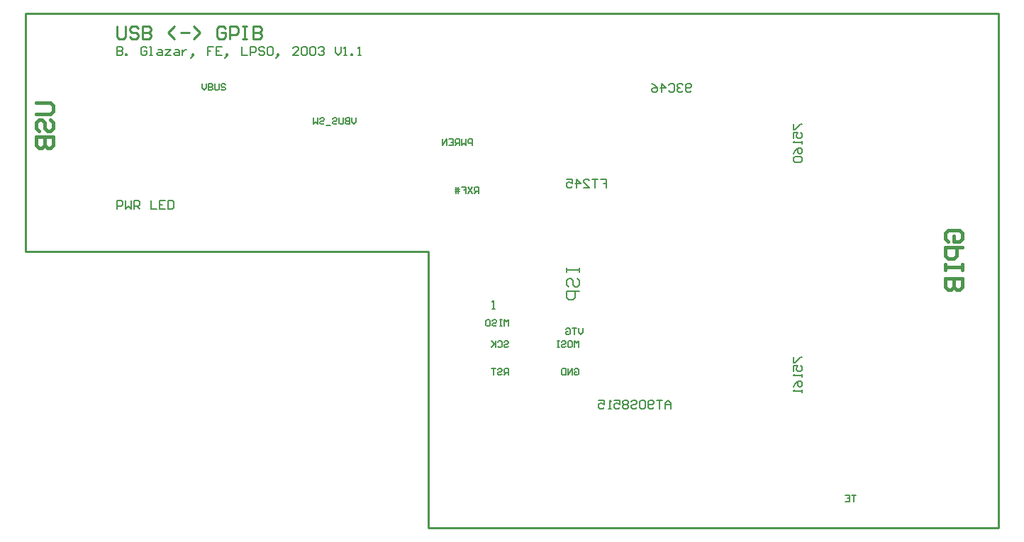
<source format=gko>
%FSLAX25Y25*%
%MOIN*%
G70*
G01*
G75*
G04 Layer_Color=16711935*
%ADD10C,0.01200*%
%ADD11R,0.06000X0.06000*%
%ADD12R,0.06000X0.06000*%
%ADD13R,0.01600X0.07500*%
%ADD14R,0.07500X0.01600*%
%ADD15O,0.01600X0.10000*%
%ADD16O,0.10000X0.01600*%
%ADD17R,0.13000X0.07000*%
%ADD18O,0.02400X0.08000*%
%ADD19R,0.03600X0.05000*%
%ADD20R,0.03600X0.03600*%
%ADD21R,0.10000X0.08000*%
%ADD22R,0.10000X0.09000*%
%ADD23R,0.03150X0.05512*%
G04:AMPARAMS|DCode=24|XSize=78.74mil|YSize=149.61mil|CornerRadius=0mil|HoleSize=0mil|Usage=FLASHONLY|Rotation=0.000|XOffset=0mil|YOffset=0mil|HoleType=Round|Shape=Octagon|*
%AMOCTAGOND24*
4,1,8,-0.01969,0.07480,0.01969,0.07480,0.03937,0.05512,0.03937,-0.05512,0.01969,-0.07480,-0.01969,-0.07480,-0.03937,-0.05512,-0.03937,0.05512,-0.01969,0.07480,0.0*
%
%ADD24OCTAGOND24*%

%ADD25R,0.03937X0.07299*%
%ADD26C,0.02800*%
%ADD27C,0.01600*%
%ADD28C,0.02400*%
%ADD29C,0.01400*%
%ADD30C,0.01000*%
%ADD31C,0.00800*%
%ADD32O,0.07000X0.06000*%
%ADD33C,0.07000*%
%ADD34C,0.20000*%
%ADD35R,0.07000X0.06000*%
%ADD36O,0.07000X0.08500*%
%ADD37C,0.06200*%
%ADD38R,0.06200X0.06200*%
%ADD39R,0.07000X0.07000*%
%ADD40C,0.08000*%
%ADD41C,0.05000*%
%ADD42C,0.00787*%
%ADD43R,0.06800X0.06800*%
%ADD44R,0.06800X0.06800*%
%ADD45R,0.02400X0.08300*%
%ADD46R,0.08300X0.02400*%
%ADD47O,0.02400X0.10800*%
%ADD48O,0.10800X0.02400*%
%ADD49R,0.13800X0.07800*%
%ADD50O,0.03200X0.08800*%
%ADD51R,0.04400X0.05800*%
%ADD52R,0.04400X0.04400*%
%ADD53R,0.10800X0.08800*%
%ADD54R,0.10800X0.09800*%
%ADD55R,0.03950X0.06312*%
G04:AMPARAMS|DCode=56|XSize=86.74mil|YSize=157.61mil|CornerRadius=0mil|HoleSize=0mil|Usage=FLASHONLY|Rotation=0.000|XOffset=0mil|YOffset=0mil|HoleType=Round|Shape=Octagon|*
%AMOCTAGOND56*
4,1,8,-0.02169,0.07880,0.02169,0.07880,0.04337,0.05712,0.04337,-0.05712,0.02169,-0.07880,-0.02169,-0.07880,-0.04337,-0.05712,-0.04337,0.05712,-0.02169,0.07880,0.0*
%
%ADD56OCTAGOND56*%

%ADD57R,0.04737X0.08099*%
%ADD58O,0.07800X0.06800*%
%ADD59C,0.07800*%
%ADD60C,0.20800*%
%ADD61R,0.07800X0.06800*%
%ADD62O,0.07800X0.09300*%
%ADD63R,0.07800X0.07800*%
%ADD64C,0.08800*%
%ADD65C,0.05800*%
D27*
X3022003Y545000D02*
X3028667D01*
X3030000Y543667D01*
Y541001D01*
X3028667Y539668D01*
X3022003D01*
X3023335Y531671D02*
X3022003Y533004D01*
Y535670D01*
X3023335Y537003D01*
X3024668D01*
X3026001Y535670D01*
Y533004D01*
X3027334Y531671D01*
X3028667D01*
X3030000Y533004D01*
Y535670D01*
X3028667Y537003D01*
X3022003Y529005D02*
X3030000D01*
Y525006D01*
X3028667Y523674D01*
X3027334D01*
X3026001Y525006D01*
Y529005D01*
Y525006D01*
X3024668Y523674D01*
X3023335D01*
X3022003Y525006D01*
Y529005D01*
X3450835Y479668D02*
X3449503Y481001D01*
Y483667D01*
X3450835Y485000D01*
X3456167D01*
X3457500Y483667D01*
Y481001D01*
X3456167Y479668D01*
X3453501D01*
Y482334D01*
X3457500Y477003D02*
X3449503D01*
Y473004D01*
X3450835Y471671D01*
X3453501D01*
X3454834Y473004D01*
Y477003D01*
X3449503Y469005D02*
Y466339D01*
Y467672D01*
X3457500D01*
Y469005D01*
Y466339D01*
X3449503Y462341D02*
X3457500D01*
Y458342D01*
X3456167Y457009D01*
X3454834D01*
X3453501Y458342D01*
Y462341D01*
Y458342D01*
X3452168Y457009D01*
X3450835D01*
X3449503Y458342D01*
Y462341D01*
D30*
X3017000Y475000D02*
X3206500D01*
Y345000D02*
Y475000D01*
X3474500Y345000D02*
Y587000D01*
X3017000D02*
X3474500D01*
X3206500Y345000D02*
X3474500D01*
X3017000Y475000D02*
Y587000D01*
X3060000Y580998D02*
Y576000D01*
X3061000Y575000D01*
X3062999D01*
X3063999Y576000D01*
Y580998D01*
X3069997Y579998D02*
X3068997Y580998D01*
X3066998D01*
X3065998Y579998D01*
Y578999D01*
X3066998Y577999D01*
X3068997D01*
X3069997Y576999D01*
Y576000D01*
X3068997Y575000D01*
X3066998D01*
X3065998Y576000D01*
X3071996Y580998D02*
Y575000D01*
X3074995D01*
X3075995Y576000D01*
Y576999D01*
X3074995Y577999D01*
X3071996D01*
X3074995D01*
X3075995Y578999D01*
Y579998D01*
X3074995Y580998D01*
X3071996D01*
X3086991Y575000D02*
X3083992Y577999D01*
X3086991Y580998D01*
X3089990Y577999D02*
X3093989D01*
X3095988Y575000D02*
X3098987Y577999D01*
X3095988Y580998D01*
X3110983Y579998D02*
X3109984Y580998D01*
X3107985D01*
X3106985Y579998D01*
Y576000D01*
X3107985Y575000D01*
X3109984D01*
X3110983Y576000D01*
Y577999D01*
X3108984D01*
X3112983Y575000D02*
Y580998D01*
X3115982D01*
X3116982Y579998D01*
Y577999D01*
X3115982Y576999D01*
X3112983D01*
X3118981Y580998D02*
X3120980D01*
X3119981D01*
Y575000D01*
X3118981D01*
X3120980D01*
X3123979Y580998D02*
Y575000D01*
X3126978D01*
X3127978Y576000D01*
Y576999D01*
X3126978Y577999D01*
X3123979D01*
X3126978D01*
X3127978Y578999D01*
Y579998D01*
X3126978Y580998D01*
X3123979D01*
D31*
X3172500Y537999D02*
Y536000D01*
X3171500Y535000D01*
X3170501Y536000D01*
Y537999D01*
X3169501D02*
Y535000D01*
X3168002D01*
X3167502Y535500D01*
Y536000D01*
X3168002Y536500D01*
X3169501D01*
X3168002D01*
X3167502Y536999D01*
Y537499D01*
X3168002Y537999D01*
X3169501D01*
X3166502D02*
Y535500D01*
X3166002Y535000D01*
X3165002D01*
X3164503Y535500D01*
Y537999D01*
X3161504Y537499D02*
X3162003Y537999D01*
X3163003D01*
X3163503Y537499D01*
Y536999D01*
X3163003Y536500D01*
X3162003D01*
X3161504Y536000D01*
Y535500D01*
X3162003Y535000D01*
X3163003D01*
X3163503Y535500D01*
X3160504Y534500D02*
X3158504D01*
X3155506Y537499D02*
X3156005Y537999D01*
X3157005D01*
X3157505Y537499D01*
Y536999D01*
X3157005Y536500D01*
X3156005D01*
X3155506Y536000D01*
Y535500D01*
X3156005Y535000D01*
X3157005D01*
X3157505Y535500D01*
X3154506Y537999D02*
Y535000D01*
X3153506Y536000D01*
X3152506Y535000D01*
Y537999D01*
X3230000Y502500D02*
Y505499D01*
X3228500D01*
X3228001Y504999D01*
Y504000D01*
X3228500Y503500D01*
X3230000D01*
X3229000D02*
X3228001Y502500D01*
X3227001Y505499D02*
X3225002Y502500D01*
Y505499D02*
X3227001Y502500D01*
X3222002Y505499D02*
X3224002D01*
Y504000D01*
X3223002D01*
X3224002D01*
Y502500D01*
X3220503D02*
Y505499D01*
X3219503D02*
Y502500D01*
X3221003Y504499D02*
X3219503D01*
X3219004D01*
X3221003Y503500D02*
X3219004D01*
X3227000Y525000D02*
Y527999D01*
X3225500D01*
X3225001Y527499D01*
Y526500D01*
X3225500Y526000D01*
X3227000D01*
X3224001Y527999D02*
Y525000D01*
X3223001Y526000D01*
X3222002Y525000D01*
Y527999D01*
X3221002Y525000D02*
Y527999D01*
X3219502D01*
X3219003Y527499D01*
Y526500D01*
X3219502Y526000D01*
X3221002D01*
X3220002D02*
X3219003Y525000D01*
X3216003Y527999D02*
X3218003D01*
Y525000D01*
X3216003D01*
X3218003Y526500D02*
X3217003D01*
X3215004Y525000D02*
Y527999D01*
X3213005Y525000D01*
Y527999D01*
X3330000Y550666D02*
X3329333Y550000D01*
X3328001D01*
X3327334Y550666D01*
Y553332D01*
X3328001Y553999D01*
X3329333D01*
X3330000Y553332D01*
Y552666D01*
X3329333Y551999D01*
X3327334D01*
X3326001Y553332D02*
X3325335Y553999D01*
X3324002D01*
X3323336Y553332D01*
Y552666D01*
X3324002Y551999D01*
X3324669D01*
X3324002D01*
X3323336Y551333D01*
Y550666D01*
X3324002Y550000D01*
X3325335D01*
X3326001Y550666D01*
X3319337Y553332D02*
X3320003Y553999D01*
X3321336D01*
X3322002Y553332D01*
Y550666D01*
X3321336Y550000D01*
X3320003D01*
X3319337Y550666D01*
X3316005Y550000D02*
Y553999D01*
X3318004Y551999D01*
X3315338D01*
X3311340Y553999D02*
X3312672Y553332D01*
X3314005Y551999D01*
Y550666D01*
X3313339Y550000D01*
X3312006D01*
X3311340Y550666D01*
Y551333D01*
X3312006Y551999D01*
X3314005D01*
X3407500Y360499D02*
X3405501D01*
X3406500D01*
Y357500D01*
X3402502Y360499D02*
X3404501D01*
Y357500D01*
X3402502D01*
X3404501Y358999D02*
X3403501D01*
X3287334Y508999D02*
X3290000D01*
Y506999D01*
X3288667D01*
X3290000D01*
Y505000D01*
X3286001Y508999D02*
X3283335D01*
X3284668D01*
Y505000D01*
X3279337D02*
X3282003D01*
X3279337Y507666D01*
Y508332D01*
X3280003Y508999D01*
X3281336D01*
X3282003Y508332D01*
X3276004Y505000D02*
Y508999D01*
X3278004Y506999D01*
X3275338D01*
X3271339Y508999D02*
X3274005D01*
Y506999D01*
X3272672Y507666D01*
X3272006D01*
X3271339Y506999D01*
Y505666D01*
X3272006Y505000D01*
X3273339D01*
X3274005Y505666D01*
X3279000Y438999D02*
Y437000D01*
X3278000Y436000D01*
X3277001Y437000D01*
Y438999D01*
X3276001D02*
X3274002D01*
X3275001D01*
Y436000D01*
X3271003Y438499D02*
X3271502Y438999D01*
X3272502D01*
X3273002Y438499D01*
Y436500D01*
X3272502Y436000D01*
X3271502D01*
X3271003Y436500D01*
Y437500D01*
X3272002D01*
X3277000Y430000D02*
Y432999D01*
X3276000Y431999D01*
X3275001Y432999D01*
Y430000D01*
X3272501Y432999D02*
X3273501D01*
X3274001Y432499D01*
Y430500D01*
X3273501Y430000D01*
X3272501D01*
X3272002Y430500D01*
Y432499D01*
X3272501Y432999D01*
X3269003Y432499D02*
X3269502Y432999D01*
X3270502D01*
X3271002Y432499D01*
Y431999D01*
X3270502Y431499D01*
X3269502D01*
X3269003Y431000D01*
Y430500D01*
X3269502Y430000D01*
X3270502D01*
X3271002Y430500D01*
X3268003Y432999D02*
X3267003D01*
X3267503D01*
Y430000D01*
X3268003D01*
X3267003D01*
X3275001Y419499D02*
X3275500Y419999D01*
X3276500D01*
X3277000Y419499D01*
Y417500D01*
X3276500Y417000D01*
X3275500D01*
X3275001Y417500D01*
Y418500D01*
X3276000D01*
X3274001Y417000D02*
Y419999D01*
X3272002Y417000D01*
Y419999D01*
X3271002D02*
Y417000D01*
X3269502D01*
X3269003Y417500D01*
Y419499D01*
X3269502Y419999D01*
X3271002D01*
X3244000Y440000D02*
Y442999D01*
X3243000Y441999D01*
X3242001Y442999D01*
Y440000D01*
X3241001Y442999D02*
X3240001D01*
X3240501D01*
Y440000D01*
X3241001D01*
X3240001D01*
X3236502Y442499D02*
X3237002Y442999D01*
X3238002D01*
X3238502Y442499D01*
Y441999D01*
X3238002Y441500D01*
X3237002D01*
X3236502Y441000D01*
Y440500D01*
X3237002Y440000D01*
X3238002D01*
X3238502Y440500D01*
X3234003Y442999D02*
X3235003D01*
X3235503Y442499D01*
Y440500D01*
X3235003Y440000D01*
X3234003D01*
X3233503Y440500D01*
Y442499D01*
X3234003Y442999D01*
X3242001Y432499D02*
X3242501Y432999D01*
X3243500D01*
X3244000Y432499D01*
Y431999D01*
X3243500Y431499D01*
X3242501D01*
X3242001Y431000D01*
Y430500D01*
X3242501Y430000D01*
X3243500D01*
X3244000Y430500D01*
X3239001Y432499D02*
X3239502Y432999D01*
X3240501D01*
X3241001Y432499D01*
Y430500D01*
X3240501Y430000D01*
X3239502D01*
X3239001Y430500D01*
X3238002Y432999D02*
Y430000D01*
Y431000D01*
X3236003Y432999D01*
X3237502Y431499D01*
X3236003Y430000D01*
X3244000Y417000D02*
Y419999D01*
X3242501D01*
X3242001Y419499D01*
Y418500D01*
X3242501Y418000D01*
X3244000D01*
X3243000D02*
X3242001Y417000D01*
X3239001Y419499D02*
X3239502Y419999D01*
X3240501D01*
X3241001Y419499D01*
Y418999D01*
X3240501Y418500D01*
X3239502D01*
X3239001Y418000D01*
Y417500D01*
X3239502Y417000D01*
X3240501D01*
X3241001Y417500D01*
X3238002Y419999D02*
X3236003D01*
X3237002D01*
Y417000D01*
X3271502Y467500D02*
Y465501D01*
Y466500D01*
X3277500D01*
Y467500D01*
Y465501D01*
X3272502Y458503D02*
X3271502Y459503D01*
Y461502D01*
X3272502Y462502D01*
X3273501D01*
X3274501Y461502D01*
Y459503D01*
X3275500Y458503D01*
X3276500D01*
X3277500Y459503D01*
Y461502D01*
X3276500Y462502D01*
X3277500Y456504D02*
X3271502D01*
Y453505D01*
X3272502Y452505D01*
X3274501D01*
X3275500Y453505D01*
Y456504D01*
X3320500Y401000D02*
Y403666D01*
X3319167Y404999D01*
X3317834Y403666D01*
Y401000D01*
Y402999D01*
X3320500D01*
X3316501Y404999D02*
X3313836D01*
X3315168D01*
Y401000D01*
X3312503Y401666D02*
X3311836Y401000D01*
X3310503D01*
X3309837Y401666D01*
Y404332D01*
X3310503Y404999D01*
X3311836D01*
X3312503Y404332D01*
Y403666D01*
X3311836Y402999D01*
X3309837D01*
X3308504Y404332D02*
X3307837Y404999D01*
X3306504D01*
X3305838Y404332D01*
Y401666D01*
X3306504Y401000D01*
X3307837D01*
X3308504Y401666D01*
Y404332D01*
X3301839D02*
X3302506Y404999D01*
X3303839D01*
X3304505Y404332D01*
Y403666D01*
X3303839Y402999D01*
X3302506D01*
X3301839Y402333D01*
Y401666D01*
X3302506Y401000D01*
X3303839D01*
X3304505Y401666D01*
X3300507Y404332D02*
X3299840Y404999D01*
X3298507D01*
X3297840Y404332D01*
Y403666D01*
X3298507Y402999D01*
X3297840Y402333D01*
Y401666D01*
X3298507Y401000D01*
X3299840D01*
X3300507Y401666D01*
Y402333D01*
X3299840Y402999D01*
X3300507Y403666D01*
Y404332D01*
X3299840Y402999D02*
X3298507D01*
X3293842Y404999D02*
X3296508D01*
Y402999D01*
X3295175Y403666D01*
X3294508D01*
X3293842Y402999D01*
Y401666D01*
X3294508Y401000D01*
X3295841D01*
X3296508Y401666D01*
X3292509Y401000D02*
X3291176D01*
X3291843D01*
Y404999D01*
X3292509Y404332D01*
X3286511Y404999D02*
X3289177D01*
Y402999D01*
X3287844Y403666D01*
X3287177D01*
X3286511Y402999D01*
Y401666D01*
X3287177Y401000D01*
X3288510D01*
X3289177Y401666D01*
X3378001Y535000D02*
Y532334D01*
X3378668D01*
X3381334Y535000D01*
X3382000D01*
X3378001Y528336D02*
Y531001D01*
X3380001D01*
X3379334Y529668D01*
Y529002D01*
X3380001Y528336D01*
X3381334D01*
X3382000Y529002D01*
Y530335D01*
X3381334Y531001D01*
X3382000Y527003D02*
Y525670D01*
Y526336D01*
X3378001D01*
X3378668Y527003D01*
X3378001Y521004D02*
X3378668Y522337D01*
X3380001Y523670D01*
X3381334D01*
X3382000Y523004D01*
Y521671D01*
X3381334Y521004D01*
X3380667D01*
X3380001Y521671D01*
Y523670D01*
X3378668Y519672D02*
X3378001Y519005D01*
Y517672D01*
X3378668Y517006D01*
X3381334D01*
X3382000Y517672D01*
Y519005D01*
X3381334Y519672D01*
X3378668D01*
X3378001Y425500D02*
Y422834D01*
X3378668D01*
X3381334Y425500D01*
X3382000D01*
X3378001Y418835D02*
Y421501D01*
X3380001D01*
X3379334Y420168D01*
Y419502D01*
X3380001Y418835D01*
X3381334D01*
X3382000Y419502D01*
Y420835D01*
X3381334Y421501D01*
X3382000Y417503D02*
Y416170D01*
Y416836D01*
X3378001D01*
X3378668Y417503D01*
X3378001Y411505D02*
X3378668Y412837D01*
X3380001Y414170D01*
X3381334D01*
X3382000Y413504D01*
Y412171D01*
X3381334Y411505D01*
X3380667D01*
X3380001Y412171D01*
Y414170D01*
X3382000Y410172D02*
Y408839D01*
Y409505D01*
X3378001D01*
X3378668Y410172D01*
X3236500Y448000D02*
X3237833D01*
X3237166D01*
Y451999D01*
X3236500Y451332D01*
X3100000Y553999D02*
Y552000D01*
X3101000Y551000D01*
X3101999Y552000D01*
Y553999D01*
X3102999D02*
Y551000D01*
X3104498D01*
X3104998Y551500D01*
Y552000D01*
X3104498Y552499D01*
X3102999D01*
X3104498D01*
X3104998Y552999D01*
Y553499D01*
X3104498Y553999D01*
X3102999D01*
X3105998D02*
Y551500D01*
X3106498Y551000D01*
X3107498D01*
X3107997Y551500D01*
Y553999D01*
X3110996Y553499D02*
X3110497Y553999D01*
X3109497D01*
X3108997Y553499D01*
Y552999D01*
X3109497Y552499D01*
X3110497D01*
X3110996Y552000D01*
Y551500D01*
X3110497Y551000D01*
X3109497D01*
X3108997Y551500D01*
X3060000Y495000D02*
Y498999D01*
X3061999D01*
X3062666Y498332D01*
Y496999D01*
X3061999Y496333D01*
X3060000D01*
X3063999Y498999D02*
Y495000D01*
X3065332Y496333D01*
X3066665Y495000D01*
Y498999D01*
X3067997Y495000D02*
Y498999D01*
X3069997D01*
X3070663Y498332D01*
Y496999D01*
X3069997Y496333D01*
X3067997D01*
X3069330D02*
X3070663Y495000D01*
X3075995Y498999D02*
Y495000D01*
X3078661D01*
X3082659Y498999D02*
X3079993D01*
Y495000D01*
X3082659D01*
X3079993Y496999D02*
X3081326D01*
X3083992Y498999D02*
Y495000D01*
X3085992D01*
X3086658Y495666D01*
Y498332D01*
X3085992Y498999D01*
X3083992D01*
X3060000Y571499D02*
Y567500D01*
X3061999D01*
X3062666Y568166D01*
Y568833D01*
X3061999Y569499D01*
X3060000D01*
X3061999D01*
X3062666Y570166D01*
Y570832D01*
X3061999Y571499D01*
X3060000D01*
X3063999Y567500D02*
Y568166D01*
X3064665D01*
Y567500D01*
X3063999D01*
X3073996Y570832D02*
X3073329Y571499D01*
X3071996D01*
X3071330Y570832D01*
Y568166D01*
X3071996Y567500D01*
X3073329D01*
X3073996Y568166D01*
Y569499D01*
X3072663D01*
X3075328Y567500D02*
X3076661D01*
X3075995D01*
Y571499D01*
X3075328D01*
X3079327Y570166D02*
X3080660D01*
X3081326Y569499D01*
Y567500D01*
X3079327D01*
X3078661Y568166D01*
X3079327Y568833D01*
X3081326D01*
X3082659Y570166D02*
X3085325D01*
X3082659Y567500D01*
X3085325D01*
X3087325Y570166D02*
X3088657D01*
X3089324Y569499D01*
Y567500D01*
X3087325D01*
X3086658Y568166D01*
X3087325Y568833D01*
X3089324D01*
X3090657Y570166D02*
Y567500D01*
Y568833D01*
X3091323Y569499D01*
X3091990Y570166D01*
X3092656D01*
X3095322Y566834D02*
X3095988Y567500D01*
Y568166D01*
X3095322D01*
Y567500D01*
X3095988D01*
X3095322Y566834D01*
X3094655Y566167D01*
X3105319Y571499D02*
X3102653D01*
Y569499D01*
X3103986D01*
X3102653D01*
Y567500D01*
X3109317Y571499D02*
X3106652D01*
Y567500D01*
X3109317D01*
X3106652Y569499D02*
X3107985D01*
X3111317Y566834D02*
X3111983Y567500D01*
Y568166D01*
X3111317D01*
Y567500D01*
X3111983D01*
X3111317Y566834D01*
X3110650Y566167D01*
X3118648Y571499D02*
Y567500D01*
X3121314D01*
X3122647D02*
Y571499D01*
X3124646D01*
X3125312Y570832D01*
Y569499D01*
X3124646Y568833D01*
X3122647D01*
X3129311Y570832D02*
X3128645Y571499D01*
X3127312D01*
X3126645Y570832D01*
Y570166D01*
X3127312Y569499D01*
X3128645D01*
X3129311Y568833D01*
Y568166D01*
X3128645Y567500D01*
X3127312D01*
X3126645Y568166D01*
X3132643Y571499D02*
X3131310D01*
X3130644Y570832D01*
Y568166D01*
X3131310Y567500D01*
X3132643D01*
X3133310Y568166D01*
Y570832D01*
X3132643Y571499D01*
X3135309Y566834D02*
X3135975Y567500D01*
Y568166D01*
X3135309D01*
Y567500D01*
X3135975D01*
X3135309Y566834D01*
X3134643Y566167D01*
X3145306Y567500D02*
X3142640D01*
X3145306Y570166D01*
Y570832D01*
X3144639Y571499D01*
X3143307D01*
X3142640Y570832D01*
X3146639D02*
X3147305Y571499D01*
X3148638D01*
X3149305Y570832D01*
Y568166D01*
X3148638Y567500D01*
X3147305D01*
X3146639Y568166D01*
Y570832D01*
X3150637D02*
X3151304Y571499D01*
X3152637D01*
X3153303Y570832D01*
Y568166D01*
X3152637Y567500D01*
X3151304D01*
X3150637Y568166D01*
Y570832D01*
X3154636D02*
X3155303Y571499D01*
X3156635D01*
X3157302Y570832D01*
Y570166D01*
X3156635Y569499D01*
X3155969D01*
X3156635D01*
X3157302Y568833D01*
Y568166D01*
X3156635Y567500D01*
X3155303D01*
X3154636Y568166D01*
X3162634Y571499D02*
Y568833D01*
X3163967Y567500D01*
X3165299Y568833D01*
Y571499D01*
X3166632Y567500D02*
X3167965D01*
X3167299D01*
Y571499D01*
X3166632Y570832D01*
X3169964Y567500D02*
Y568166D01*
X3170631D01*
Y567500D01*
X3169964D01*
X3173297D02*
X3174630D01*
X3173963D01*
Y571499D01*
X3173297Y570832D01*
M02*

</source>
